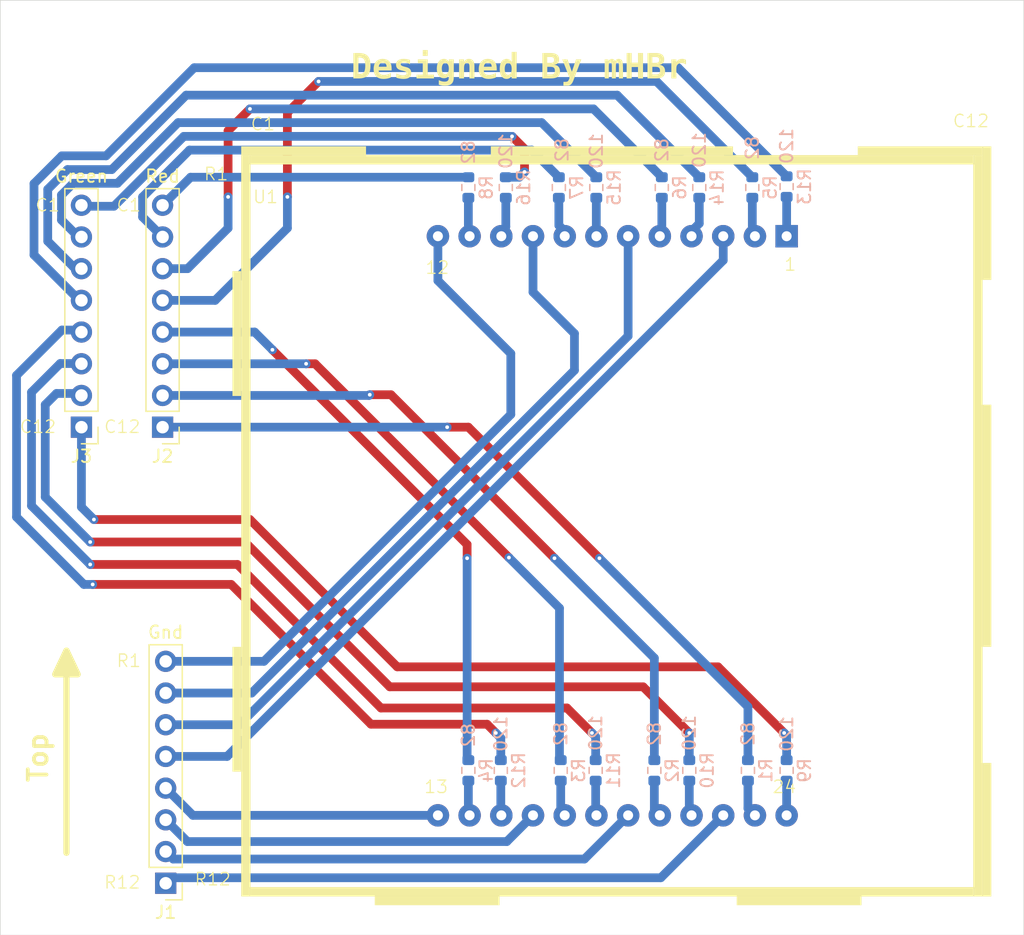
<source format=kicad_pcb>
(kicad_pcb (version 20240108) (generator "pcbnew") (generator_version "8.0")
  (layers (0 "F.Cu" signal) (31 "B.Cu" signal) (34 "B.Paste" user) (35 "F.Paste" user) (36 "B.SilkS" user "B.Silkscreen") (37 "F.SilkS" user "F.Silkscreen") (38 "B.Mask" user) (39 "F.Mask" user) (44 "Edge.Cuts" user))
  (net 0 "")
  (net 1 "Net-(J1-Pin_3)")
  (net 2 "Net-(J1-Pin_2)")
  (net 3 "Net-(J1-Pin_4)")
  (net 4 "Net-(J1-Pin_7)")
  (net 5 "Net-(J1-Pin_6)")
  (net 6 "Net-(J1-Pin_8)")
  (net 7 "Net-(J1-Pin_5)")
  (net 8 "Net-(J1-Pin_1)")
  (net 9 "Net-(J2-Pin_2)")
  (net 10 "Net-(J2-Pin_5)")
  (net 11 "Net-(J2-Pin_8)")
  (net 12 "Net-(J2-Pin_7)")
  (net 13 "Net-(J2-Pin_1)")
  (net 14 "Net-(J2-Pin_3)")
  (net 15 "Net-(J2-Pin_4)")
  (net 16 "Net-(J2-Pin_6)")
  (net 17 "Net-(J3-Pin_7)")
  (net 18 "Net-(J3-Pin_2)")
  (net 19 "Net-(J3-Pin_3)")
  (net 20 "Net-(J3-Pin_6)")
  (net 21 "Net-(J3-Pin_5)")
  (net 22 "Net-(J3-Pin_1)")
  (net 23 "Net-(J3-Pin_4)")
  (net 24 "Net-(J3-Pin_8)")
  (net 25 "Net-(R14-Pad1)")
  (net 26 "Net-(R10-Pad1)")
  (net 27 "Net-(R15-Pad1)")
  (net 28 "Net-(R5-Pad1)")
  (net 29 "Net-(R7-Pad1)")
  (net 30 "Net-(R2-Pad1)")
  (net 31 "Net-(R6-Pad1)")
  (net 32 "Net-(R12-Pad1)")
  (net 33 "Net-(R3-Pad1)")
  (net 34 "Net-(R4-Pad1)")
  (net 35 "Net-(R13-Pad1)")
  (net 36 "Net-(R11-Pad1)")
  (net 37 "Net-(R8-Pad1)")
  (net 38 "Net-(R16-Pad1)")
  (net 39 "Net-(R9-Pad1)")
  (net 40 "Net-(R1-Pad1)")
  (footprint "MountingHole:MountingHole_3.2mm_M3" (layer "F.Cu") (at 98.75 62.75)
    (property "Reference" "REF**" (hide yes))
    (property "Value" "MountingHole_3.2mm_M3" (hide yes))
    (pad "" np_thru_hole circle (at 0 0) (size 3.2 3.2) (drill 3.2) (layers "*.Cu" "*.Mask"))
  )
  (footprint "Connector_PinHeader_2.54mm:PinHeader_1x08_P2.54mm_Vertical" (layer "F.Cu") (at 105.25 127.74 180)
    (property "Reference" "J1" (at 0 -2.33 0) (layer "F.SilkS"))
    (property "Value" "Gnd" (at 0 20.11 0) (layer "F.SilkS"))
    (fp_line (start 1.33 1.27) (end 1.33 19.11) (stroke (width 0.12)) (layer "F.SilkS"))
    (fp_line (start -1.33 19.11) (end 1.33 19.11) (stroke (width 0.12)) (layer "F.SilkS"))
    (fp_line (start -1.33 1.27) (end 1.33 1.27) (stroke (width 0.12)) (layer "F.SilkS"))
    (fp_line (start -1.33 1.27) (end -1.33 19.11) (stroke (width 0.12)) (layer "F.SilkS"))
    (fp_line (start -1.33 0) (end -1.33 -1.33) (stroke (width 0.12)) (layer "F.SilkS"))
    (fp_line (start -1.33 -1.33) (end 0 -1.33) (stroke (width 0.12)) (layer "F.SilkS"))
    (pad "1" thru_hole rect (at 0 0 180) (size 1.7 1.7) (drill 1) (layers "*.Cu" "*.Mask") (net 8 "Net-(J1-Pin_1)"))
    (pad "2" thru_hole oval (at 0 2.54 180) (size 1.7 1.7) (drill 1) (layers "*.Cu" "*.Mask") (net 2 "Net-(J1-Pin_2)"))
    (pad "3" thru_hole oval (at 0 5.08 180) (size 1.7 1.7) (drill 1) (layers "*.Cu" "*.Mask") (net 1 "Net-(J1-Pin_3)"))
    (pad "4" thru_hole oval (at 0 7.62 180) (size 1.7 1.7) (drill 1) (layers "*.Cu" "*.Mask") (net 3 "Net-(J1-Pin_4)"))
    (pad "5" thru_hole oval (at 0 10.16 180) (size 1.7 1.7) (drill 1) (layers "*.Cu" "*.Mask") (net 7 "Net-(J1-Pin_5)"))
    (pad "6" thru_hole oval (at 0 12.7 180) (size 1.7 1.7) (drill 1) (layers "*.Cu" "*.Mask") (net 5 "Net-(J1-Pin_6)"))
    (pad "7" thru_hole oval (at 0 15.24 180) (size 1.7 1.7) (drill 1) (layers "*.Cu" "*.Mask") (net 4 "Net-(J1-Pin_7)"))
    (pad "8" thru_hole oval (at 0 17.78 180) (size 1.7 1.7) (drill 1) (layers "*.Cu" "*.Mask") (net 6 "Net-(J1-Pin_8)"))
  )
  (footprint "MountingHole:MountingHole_3.2mm_M3" (layer "F.Cu") (at 167.25 62.75)
    (property "Reference" "REF**" (hide yes))
    (property "Value" "MountingHole_3.2mm_M3" (hide yes))
    (pad "" np_thru_hole circle (at 0 0) (size 3.2 3.2) (drill 3.2) (layers "*.Cu" "*.Mask"))
  )
  (footprint "Connector_PinHeader_2.54mm:PinHeader_1x08_P2.54mm_Vertical" (layer "F.Cu") (at 98.5 91.2 180)
    (property "Reference" "J3" (at 0 -2.33 0) (layer "F.SilkS"))
    (property "Value" "Green" (at 0 20.11 0) (layer "F.SilkS"))
    (fp_line (start 1.33 1.27) (end 1.33 19.11) (stroke (width 0.12)) (layer "F.SilkS"))
    (fp_line (start -1.33 19.11) (end 1.33 19.11) (stroke (width 0.12)) (layer "F.SilkS"))
    (fp_line (start -1.33 1.27) (end 1.33 1.27) (stroke (width 0.12)) (layer "F.SilkS"))
    (fp_line (start -1.33 1.27) (end -1.33 19.11) (stroke (width 0.12)) (layer "F.SilkS"))
    (fp_line (start -1.33 0) (end -1.33 -1.33) (stroke (width 0.12)) (layer "F.SilkS"))
    (fp_line (start -1.33 -1.33) (end 0 -1.33) (stroke (width 0.12)) (layer "F.SilkS"))
    (pad "1" thru_hole rect (at 0 0 180) (size 1.7 1.7) (drill 1) (layers "*.Cu" "*.Mask") (net 22 "Net-(J3-Pin_1)"))
    (pad "2" thru_hole oval (at 0 2.54 180) (size 1.7 1.7) (drill 1) (layers "*.Cu" "*.Mask") (net 18 "Net-(J3-Pin_2)"))
    (pad "3" thru_hole oval (at 0 5.08 180) (size 1.7 1.7) (drill 1) (layers "*.Cu" "*.Mask") (net 19 "Net-(J3-Pin_3)"))
    (pad "4" thru_hole oval (at 0 7.62 180) (size 1.7 1.7) (drill 1) (layers "*.Cu" "*.Mask") (net 23 "Net-(J3-Pin_4)"))
    (pad "5" thru_hole oval (at 0 10.16 180) (size 1.7 1.7) (drill 1) (layers "*.Cu" "*.Mask") (net 21 "Net-(J3-Pin_5)"))
    (pad "6" thru_hole oval (at 0 12.7 180) (size 1.7 1.7) (drill 1) (layers "*.Cu" "*.Mask") (net 20 "Net-(J3-Pin_6)"))
    (pad "7" thru_hole oval (at 0 15.24 180) (size 1.7 1.7) (drill 1) (layers "*.Cu" "*.Mask") (net 17 "Net-(J3-Pin_7)"))
    (pad "8" thru_hole oval (at 0 17.78 180) (size 1.7 1.7) (drill 1) (layers "*.Cu" "*.Mask") (net 24 "Net-(J3-Pin_8)"))
  )
  (footprint "Connector_PinHeader_2.54mm:PinHeader_1x08_P2.54mm_Vertical" (layer "F.Cu") (at 105 91.2 180)
    (property "Reference" "J2" (at 0 -2.33 0) (layer "F.SilkS"))
    (property "Value" "Red" (at 0 20.11 0) (layer "F.SilkS"))
    (fp_line (start 1.33 1.27) (end 1.33 19.11) (stroke (width 0.12)) (layer "F.SilkS"))
    (fp_line (start -1.33 19.11) (end 1.33 19.11) (stroke (width 0.12)) (layer "F.SilkS"))
    (fp_line (start -1.33 1.27) (end 1.33 1.27) (stroke (width 0.12)) (layer "F.SilkS"))
    (fp_line (start -1.33 1.27) (end -1.33 19.11) (stroke (width 0.12)) (layer "F.SilkS"))
    (fp_line (start -1.33 0) (end -1.33 -1.33) (stroke (width 0.12)) (layer "F.SilkS"))
    (fp_line (start -1.33 -1.33) (end 0 -1.33) (stroke (width 0.12)) (layer "F.SilkS"))
    (pad "1" thru_hole rect (at 0 0 180) (size 1.7 1.7) (drill 1) (layers "*.Cu" "*.Mask") (net 13 "Net-(J2-Pin_1)"))
    (pad "2" thru_hole oval (at 0 2.54 180) (size 1.7 1.7) (drill 1) (layers "*.Cu" "*.Mask") (net 9 "Net-(J2-Pin_2)"))
    (pad "3" thru_hole oval (at 0 5.08 180) (size 1.7 1.7) (drill 1) (layers "*.Cu" "*.Mask") (net 14 "Net-(J2-Pin_3)"))
    (pad "4" thru_hole oval (at 0 7.62 180) (size 1.7 1.7) (drill 1) (layers "*.Cu" "*.Mask") (net 15 "Net-(J2-Pin_4)"))
    (pad "5" thru_hole oval (at 0 10.16 180) (size 1.7 1.7) (drill 1) (layers "*.Cu" "*.Mask") (net 10 "Net-(J2-Pin_5)"))
    (pad "6" thru_hole oval (at 0 12.7 180) (size 1.7 1.7) (drill 1) (layers "*.Cu" "*.Mask") (net 16 "Net-(J2-Pin_6)"))
    (pad "7" thru_hole oval (at 0 15.24 180) (size 1.7 1.7) (drill 1) (layers "*.Cu" "*.Mask") (net 12 "Net-(J2-Pin_7)"))
    (pad "8" thru_hole oval (at 0 17.78 180) (size 1.7 1.7) (drill 1) (layers "*.Cu" "*.Mask") (net 11 "Net-(J2-Pin_8)"))
  )
  (footprint "DotMatrixDisp:8x8 5mm bicolor led dot matrix" (layer "F.Cu") (at 112 70.1)
    (property "Reference" "U1" (at 1.25 2.65 0) (layer "F.SilkS") (effects (font (thickness 0.1))))
    (property "Value" "~")
    (fp_rect (start -1.4 8.6) (end -0.7 18.6) (fill solid) (layer "F.SilkS"))
    (fp_rect (start -1.4 38.7) (end -0.7 48.7) (fill solid) (layer "F.SilkS"))
    (fp_rect (start -0.7 -1.4) (end 9.3 -0.7) (fill solid) (layer "F.SilkS"))
    (fp_rect (start -0.7 -0.7) (end 0 58.7) (fill solid) (layer "F.SilkS"))
    (fp_rect (start 0 -0.7) (end 58 0) (fill solid) (layer "F.SilkS"))
    (fp_rect (start 0 58) (end 58 0) (stroke (width 0.1)) (fill none) (layer "F.SilkS"))
    (fp_rect (start 0 58) (end 58 58.7) (fill solid) (layer "F.SilkS"))
    (fp_rect (start 10 58.7) (end 20 59.4) (fill solid) (layer "F.SilkS"))
    (fp_rect (start 19.3 -1.4) (end 38.7 -0.7) (fill solid) (layer "F.SilkS"))
    (fp_rect (start 39 58.7) (end 49 59.4) (fill solid) (layer "F.SilkS"))
    (fp_rect (start 48.7 -1.4) (end 58.7 -0.7) (fill solid) (layer "F.SilkS"))
    (fp_rect (start 58 -0.7) (end 58.7 58.7) (fill solid) (layer "F.SilkS"))
    (fp_rect (start 58.7 -1.4) (end 59.4 9.3) (fill solid) (layer "F.SilkS"))
    (fp_rect (start 58.7 19.3) (end 59.4 38.7) (fill solid) (layer "F.SilkS"))
    (fp_rect (start 58.7 48) (end 59.4 58.7) (fill solid) (layer "F.SilkS"))
    (fp_text user "24" (at 41.8 50.5 0) (layer "F.SilkS") (effects (font (thickness 0.1)) (justify left bottom)))
    (fp_text user "13" (at 13.9 50.5 0) (layer "F.SilkS") (effects (font (thickness 0.1)) (justify left bottom)))
    (fp_text user "1" (at 42.75 8.65 0) (layer "F.SilkS") (effects (font (thickness 0.1)) (justify left bottom)))
    (fp_text user "12" (at 14 8.9 0) (layer "F.SilkS") (effects (font (thickness 0.1)) (justify left bottom)))
    (pad "1" thru_hole rect (at 43 5.8) (size 1.8 1.8) (drill 0.8) (layers "*.Cu" "*.Mask") (net 35 "Net-(R13-Pad1)"))
    (pad "2" thru_hole circle (at 40.46 5.8) (size 1.8 1.8) (drill 0.8) (layers "*.Cu" "*.Mask") (net 28 "Net-(R5-Pad1)"))
    (pad "3" thru_hole circle (at 37.92 5.8) (size 1.8 1.8) (drill 0.8) (layers "*.Cu" "*.Mask") (net 7 "Net-(J1-Pin_5)"))
    (pad "4" thru_hole circle (at 35.38 5.8) (size 1.8 1.8) (drill 0.8) (layers "*.Cu" "*.Mask") (net 25 "Net-(R14-Pad1)"))
    (pad "5" thru_hole circle (at 32.84 5.8) (size 1.8 1.8) (drill 0.8) (layers "*.Cu" "*.Mask") (net 31 "Net-(R6-Pad1)"))
    (pad "6" thru_hole circle (at 30.3 5.8) (size 1.8 1.8) (drill 0.8) (layers "*.Cu" "*.Mask") (net 5 "Net-(J1-Pin_6)"))
    (pad "7" thru_hole circle (at 27.76 5.8) (size 1.8 1.8) (drill 0.8) (layers "*.Cu" "*.Mask") (net 27 "Net-(R15-Pad1)"))
    (pad "8" thru_hole circle (at 25.22 5.8) (size 1.8 1.8) (drill 0.8) (layers "*.Cu" "*.Mask") (net 29 "Net-(R7-Pad1)"))
    (pad "9" thru_hole circle (at 22.68 5.8) (size 1.8 1.8) (drill 0.8) (layers "*.Cu" "*.Mask") (net 4 "Net-(J1-Pin_7)"))
    (pad "10" thru_hole circle (at 20.14 5.8) (size 1.8 1.8) (drill 0.8) (layers "*.Cu" "*.Mask") (net 38 "Net-(R16-Pad1)"))
    (pad "11" thru_hole circle (at 17.6 5.8) (size 1.8 1.8) (drill 0.8) (layers "*.Cu" "*.Mask") (net 37 "Net-(R8-Pad1)"))
    (pad "12" thru_hole circle (at 15.06 5.8) (size 1.8 1.8) (drill 0.8) (layers "*.Cu" "*.Mask") (net 6 "Net-(J1-Pin_8)"))
    (pad "13" thru_hole circle (at 15.06 52.2) (size 1.8 1.8) (drill 0.8) (layers "*.Cu" "*.Mask") (net 3 "Net-(J1-Pin_4)"))
    (pad "14" thru_hole circle (at 17.6 52.2) (size 1.8 1.8) (drill 0.8) (layers "*.Cu" "*.Mask") (net 34 "Net-(R4-Pad1)"))
    (pad "15" thru_hole circle (at 20.14 52.2) (size 1.8 1.8) (drill 0.8) (layers "*.Cu" "*.Mask") (net 32 "Net-(R12-Pad1)"))
    (pad "16" thru_hole circle (at 22.68 52.2) (size 1.8 1.8) (drill 0.8) (layers "*.Cu" "*.Mask") (net 1 "Net-(J1-Pin_3)"))
    (pad "17" thru_hole circle (at 25.22 52.2) (size 1.8 1.8) (drill 0.8) (layers "*.Cu" "*.Mask") (net 33 "Net-(R3-Pad1)"))
    (pad "18" thru_hole circle (at 27.76 52.2) (size 1.8 1.8) (drill 0.8) (layers "*.Cu" "*.Mask") (net 36 "Net-(R11-Pad1)"))
    (pad "19" thru_hole circle (at 30.3 52.2) (size 1.8 1.8) (drill 0.8) (layers "*.Cu" "*.Mask") (net 2 "Net-(J1-Pin_2)"))
    (pad "20" thru_hole circle (at 32.84 52.2) (size 1.8 1.8) (drill 0.8) (layers "*.Cu" "*.Mask") (net 30 "Net-(R2-Pad1)"))
    (pad "21" thru_hole circle (at 35.38 52.2) (size 1.8 1.8) (drill 0.8) (layers "*.Cu" "*.Mask") (net 26 "Net-(R10-Pad1)"))
    (pad "22" thru_hole circle (at 37.92 52.2) (size 1.8 1.8) (drill 0.8) (layers "*.Cu" "*.Mask") (net 8 "Net-(J1-Pin_1)"))
    (pad "23" thru_hole circle (at 40.46 52.2) (size 1.8 1.8) (drill 0.8) (layers "*.Cu" "*.Mask") (net 40 "Net-(R1-Pad1)"))
    (pad "24" thru_hole circle (at 43 52.2) (size 1.8 1.8) (drill 0.8) (layers "*.Cu" "*.Mask") (net 39 "Net-(R9-Pad1)"))
  )
  (footprint "Resistor_SMD:R_0603_1608Metric" (layer "B.Cu") (at 129.5 118.7 90)
    (property "Reference" "R4" (at 0 1.43 90) (layer "B.SilkS") (effects (justify mirror)))
    (property "Value" "82" (at 2.825 0 90) (layer "B.SilkS") (effects (justify mirror)))
    (fp_line (start 0.237258 -0.5225) (end -0.237258 -0.5225) (stroke (width 0.12)) (layer "B.SilkS"))
    (fp_line (start 0.237258 0.5225) (end -0.237258 0.5225) (stroke (width 0.12)) (layer "B.SilkS"))
    (pad "1" smd roundrect (at -0.825 0 90) (size 0.8 0.95) (layers "B.Cu" "B.Paste" "B.Mask") (net 34 "Net-(R4-Pad1)"))
    (pad "2" smd roundrect (at 0.825 0 90) (size 0.8 0.95) (layers "B.Cu" "B.Paste" "B.Mask") (net 15 "Net-(J2-Pin_4)"))
  )
  (footprint "Resistor_SMD:R_0603_1608Metric" (layer "B.Cu") (at 148 72 90)
    (property "Reference" "R14" (at 0 1.43 90) (layer "B.SilkS") (effects (justify mirror)))
    (property "Value" "120" (at 3 0 90) (layer "B.SilkS") (effects (justify mirror)))
    (fp_line (start 0.237258 -0.5225) (end -0.237258 -0.5225) (stroke (width 0.12)) (layer "B.SilkS"))
    (fp_line (start 0.237258 0.5225) (end -0.237258 0.5225) (stroke (width 0.12)) (layer "B.SilkS"))
    (pad "1" smd roundrect (at -0.825 0 90) (size 0.8 0.95) (layers "B.Cu" "B.Paste" "B.Mask") (net 25 "Net-(R14-Pad1)"))
    (pad "2" smd roundrect (at 0.825 0 90) (size 0.8 0.95) (layers "B.Cu" "B.Paste" "B.Mask") (net 20 "Net-(J3-Pin_6)"))
  )
  (footprint "Resistor_SMD:R_0603_1608Metric" (layer "B.Cu") (at 129.5 72 90)
    (property "Reference" "R8" (at 0 1.43 90) (layer "B.SilkS") (effects (justify mirror)))
    (property "Value" "82" (at 2.825 0 90) (layer "B.SilkS") (effects (justify mirror)))
    (fp_line (start 0.237258 -0.5225) (end -0.237258 -0.5225) (stroke (width 0.12)) (layer "B.SilkS"))
    (fp_line (start 0.237258 0.5225) (end -0.237258 0.5225) (stroke (width 0.12)) (layer "B.SilkS"))
    (pad "1" smd roundrect (at -0.825 0 90) (size 0.8 0.95) (layers "B.Cu" "B.Paste" "B.Mask") (net 37 "Net-(R8-Pad1)"))
    (pad "2" smd roundrect (at 0.825 0 90) (size 0.8 0.95) (layers "B.Cu" "B.Paste" "B.Mask") (net 11 "Net-(J2-Pin_8)"))
  )
  (footprint "Resistor_SMD:R_0603_1608Metric" (layer "B.Cu") (at 144.4 118.7 90)
    (property "Reference" "R2" (at 0 1.43 90) (layer "B.SilkS") (effects (justify mirror)))
    (property "Value" "82" (at 2.925 0 90) (layer "B.SilkS") (effects (justify mirror)))
    (fp_line (start 0.237258 -0.5225) (end -0.237258 -0.5225) (stroke (width 0.12)) (layer "B.SilkS"))
    (fp_line (start 0.237258 0.5225) (end -0.237258 0.5225) (stroke (width 0.12)) (layer "B.SilkS"))
    (pad "1" smd roundrect (at -0.825 0 90) (size 0.8 0.95) (layers "B.Cu" "B.Paste" "B.Mask") (net 30 "Net-(R2-Pad1)"))
    (pad "2" smd roundrect (at 0.825 0 90) (size 0.8 0.95) (layers "B.Cu" "B.Paste" "B.Mask") (net 9 "Net-(J2-Pin_2)"))
  )
  (footprint "Resistor_SMD:R_0603_1608Metric" (layer "B.Cu") (at 151.9 118.7 90)
    (property "Reference" "R1" (at 0 1.43 90) (layer "B.SilkS") (effects (justify mirror)))
    (property "Value" "82" (at 2.925 0 90) (layer "B.SilkS") (effects (justify mirror)))
    (fp_line (start 0.237258 -0.5225) (end -0.237258 -0.5225) (stroke (width 0.12)) (layer "B.SilkS"))
    (fp_line (start 0.237258 0.5225) (end -0.237258 0.5225) (stroke (width 0.12)) (layer "B.SilkS"))
    (pad "1" smd roundrect (at -0.825 0 90) (size 0.8 0.95) (layers "B.Cu" "B.Paste" "B.Mask") (net 40 "Net-(R1-Pad1)"))
    (pad "2" smd roundrect (at 0.825 0 90) (size 0.8 0.95) (layers "B.Cu" "B.Paste" "B.Mask") (net 13 "Net-(J2-Pin_1)"))
  )
  (footprint "Resistor_SMD:R_0603_1608Metric" (layer "B.Cu") (at 136.75 72 90)
    (property "Reference" "R7" (at 0 1.43 90) (layer "B.SilkS") (effects (justify mirror)))
    (property "Value" "82" (at 3 0.25 90) (layer "B.SilkS") (effects (justify mirror)))
    (fp_line (start 0.237258 -0.5225) (end -0.237258 -0.5225) (stroke (width 0.12)) (layer "B.SilkS"))
    (fp_line (start 0.237258 0.5225) (end -0.237258 0.5225) (stroke (width 0.12)) (layer "B.SilkS"))
    (pad "1" smd roundrect (at -0.825 0 90) (size 0.8 0.95) (layers "B.Cu" "B.Paste" "B.Mask") (net 29 "Net-(R7-Pad1)"))
    (pad "2" smd roundrect (at 0.825 0 90) (size 0.8 0.95) (layers "B.Cu" "B.Paste" "B.Mask") (net 12 "Net-(J2-Pin_7)"))
  )
  (footprint "Resistor_SMD:R_0603_1608Metric" (layer "B.Cu") (at 136.9 118.7 90)
    (property "Reference" "R3" (at 0 1.43 90) (layer "B.SilkS") (effects (justify mirror)))
    (property "Value" "82" (at 2.925 0 90) (layer "B.SilkS") (effects (justify mirror)))
    (fp_line (start 0.237258 -0.5225) (end -0.237258 -0.5225) (stroke (width 0.12)) (layer "B.SilkS"))
    (fp_line (start 0.237258 0.5225) (end -0.237258 0.5225) (stroke (width 0.12)) (layer "B.SilkS"))
    (pad "1" smd roundrect (at -0.825 0 90) (size 0.8 0.95) (layers "B.Cu" "B.Paste" "B.Mask") (net 33 "Net-(R3-Pad1)"))
    (pad "2" smd roundrect (at 0.825 0 90) (size 0.8 0.95) (layers "B.Cu" "B.Paste" "B.Mask") (net 14 "Net-(J2-Pin_3)"))
  )
  (footprint "Resistor_SMD:R_0603_1608Metric" (layer "B.Cu") (at 145 72 90)
    (property "Reference" "R6" (at 0 1.43 90) (layer "B.SilkS") (effects (justify mirror)))
    (property "Value" "82" (at 3 0 90) (layer "B.SilkS") (effects (justify mirror)))
    (fp_line (start 0.237258 -0.5225) (end -0.237258 -0.5225) (stroke (width 0.12)) (layer "B.SilkS"))
    (fp_line (start 0.237258 0.5225) (end -0.237258 0.5225) (stroke (width 0.12)) (layer "B.SilkS"))
    (pad "1" smd roundrect (at -0.825 0 90) (size 0.8 0.95) (layers "B.Cu" "B.Paste" "B.Mask") (net 31 "Net-(R6-Pad1)"))
    (pad "2" smd roundrect (at 0.825 0 90) (size 0.8 0.95) (layers "B.Cu" "B.Paste" "B.Mask") (net 16 "Net-(J2-Pin_6)"))
  )
  (footprint "Resistor_SMD:R_0603_1608Metric" (layer "B.Cu") (at 132.5 72 90)
    (property "Reference" "R16" (at 0 1.43 90) (layer "B.SilkS") (effects (justify mirror)))
    (property "Value" "120" (at 2.925 0 90) (layer "B.SilkS") (effects (justify mirror)))
    (fp_line (start 0.237258 -0.5225) (end -0.237258 -0.5225) (stroke (width 0.12)) (layer "B.SilkS"))
    (fp_line (start 0.237258 0.5225) (end -0.237258 0.5225) (stroke (width 0.12)) (layer "B.SilkS"))
    (pad "1" smd roundrect (at -0.825 0 90) (size 0.8 0.95) (layers "B.Cu" "B.Paste" "B.Mask") (net 38 "Net-(R16-Pad1)"))
    (pad "2" smd roundrect (at 0.825 0 90) (size 0.8 0.95) (layers "B.Cu" "B.Paste" "B.Mask") (net 24 "Net-(J3-Pin_8)"))
  )
  (footprint "Resistor_SMD:R_0603_1608Metric" (layer "B.Cu") (at 152.25 72 90)
    (property "Reference" "R5" (at 0 1.43 90) (layer "B.SilkS") (effects (justify mirror)))
    (property "Value" "82" (at 3.175 0 90) (layer "B.SilkS") (effects (justify mirror)))
    (fp_line (start 0.237258 -0.5225) (end -0.237258 -0.5225) (stroke (width 0.12)) (layer "B.SilkS"))
    (fp_line (start 0.237258 0.5225) (end -0.237258 0.5225) (stroke (width 0.12)) (layer "B.SilkS"))
    (pad "1" smd roundrect (at -0.825 0 90) (size 0.8 0.95) (layers "B.Cu" "B.Paste" "B.Mask") (net 28 "Net-(R5-Pad1)"))
    (pad "2" smd roundrect (at 0.825 0 90) (size 0.8 0.95) (layers "B.Cu" "B.Paste" "B.Mask") (net 10 "Net-(J2-Pin_5)"))
  )
  (footprint "Resistor_SMD:R_0603_1608Metric" (layer "B.Cu") (at 139.75 72 90)
    (property "Reference" "R15" (at 0 1.43 90) (layer "B.SilkS") (effects (justify mirror)))
    (property "Value" "120" (at 2.925 0 90) (layer "B.SilkS") (effects (justify mirror)))
    (fp_line (start 0.237258 -0.5225) (end -0.237258 -0.5225) (stroke (width 0.12)) (layer "B.SilkS"))
    (fp_line (start 0.237258 0.5225) (end -0.237258 0.5225) (stroke (width 0.12)) (layer "B.SilkS"))
    (pad "1" smd roundrect (at -0.825 0 90) (size 0.8 0.95) (layers "B.Cu" "B.Paste" "B.Mask") (net 27 "Net-(R15-Pad1)"))
    (pad "2" smd roundrect (at 0.825 0 90) (size 0.8 0.95) (layers "B.Cu" "B.Paste" "B.Mask") (net 17 "Net-(J3-Pin_7)"))
  )
  (footprint "Resistor_SMD:R_0603_1608Metric" (layer "B.Cu") (at 139.7 118.7 90)
    (property "Reference" "R11" (at 0 1.43 90) (layer "B.SilkS") (effects (justify mirror)))
    (property "Value" "120" (at 3 0 90) (layer "B.SilkS") (effects (justify mirror)))
    (fp_line (start 0.237258 -0.5225) (end -0.237258 -0.5225) (stroke (width 0.12)) (layer "B.SilkS"))
    (fp_line (start 0.237258 0.5225) (end -0.237258 0.5225) (stroke (width 0.12)) (layer "B.SilkS"))
    (pad "1" smd roundrect (at -0.825 0 90) (size 0.8 0.95) (layers "B.Cu" "B.Paste" "B.Mask") (net 36 "Net-(R11-Pad1)"))
    (pad "2" smd roundrect (at 0.825 0 90) (size 0.8 0.95) (layers "B.Cu" "B.Paste" "B.Mask") (net 19 "Net-(J3-Pin_3)"))
  )
  (footprint "Resistor_SMD:R_0603_1608Metric" (layer "B.Cu") (at 132.1 118.7 90)
    (property "Reference" "R12" (at 0 1.43 90) (layer "B.SilkS") (effects (justify mirror)))
    (property "Value" "120" (at 2.925 0 90) (layer "B.SilkS") (effects (justify mirror)))
    (fp_line (start 0.237258 -0.5225) (end -0.237258 -0.5225) (stroke (width 0.12)) (layer "B.SilkS"))
    (fp_line (start 0.237258 0.5225) (end -0.237258 0.5225) (stroke (width 0.12)) (layer "B.SilkS"))
    (pad "1" smd roundrect (at -0.825 0 90) (size 0.8 0.95) (layers "B.Cu" "B.Paste" "B.Mask") (net 32 "Net-(R12-Pad1)"))
    (pad "2" smd roundrect (at 0.825 0 90) (size 0.8 0.95) (layers "B.Cu" "B.Paste" "B.Mask") (net 23 "Net-(J3-Pin_4)"))
  )
  (footprint "Resistor_SMD:R_0603_1608Metric" (layer "B.Cu") (at 155 71.925 90)
    (property "Reference" "R13" (at 0 1.43 90) (layer "B.SilkS") (effects (justify mirror)))
    (property "Value" "120" (at 3.25 0 90) (layer "B.SilkS") (effects (justify mirror)))
    (fp_line (start 0.237258 -0.5225) (end -0.237258 -0.5225) (stroke (width 0.12)) (layer "B.SilkS"))
    (fp_line (start 0.237258 0.5225) (end -0.237258 0.5225) (stroke (width 0.12)) (layer "B.SilkS"))
    (pad "1" smd roundrect (at -0.825 0 90) (size 0.8 0.95) (layers "B.Cu" "B.Paste" "B.Mask") (net 35 "Net-(R13-Pad1)"))
    (pad "2" smd roundrect (at 0.825 0 90) (size 0.8 0.95) (layers "B.Cu" "B.Paste" "B.Mask") (net 21 "Net-(J3-Pin_5)"))
  )
  (footprint "Resistor_SMD:R_0603_1608Metric" (layer "B.Cu") (at 155 118.7 90)
    (property "Reference" "R9" (at 0 1.43 90) (layer "B.SilkS") (effects (justify mirror)))
    (property "Value" "120" (at 2.925 0 90) (layer "B.SilkS") (effects (justify mirror)))
    (fp_line (start 0.237258 -0.5225) (end -0.237258 -0.5225) (stroke (width 0.12)) (layer "B.SilkS"))
    (fp_line (start 0.237258 0.5225) (end -0.237258 0.5225) (stroke (width 0.12)) (layer "B.SilkS"))
    (pad "1" smd roundrect (at -0.825 0 90) (size 0.8 0.95) (layers "B.Cu" "B.Paste" "B.Mask") (net 39 "Net-(R9-Pad1)"))
    (pad "2" smd roundrect (at 0.825 0 90) (size 0.8 0.95) (layers "B.Cu" "B.Paste" "B.Mask") (net 22 "Net-(J3-Pin_1)"))
  )
  (footprint "Resistor_SMD:R_0603_1608Metric" (layer "B.Cu") (at 147.2 118.7 90)
    (property "Reference" "R10" (at 0 1.43 90) (layer "B.SilkS") (effects (justify mirror)))
    (property "Value" "120" (at 3 0 90) (layer "B.SilkS") (effects (justify mirror)))
    (fp_line (start 0.237258 -0.5225) (end -0.237258 -0.5225) (stroke (width 0.12)) (layer "B.SilkS"))
    (fp_line (start 0.237258 0.5225) (end -0.237258 0.5225) (stroke (width 0.12)) (layer "B.SilkS"))
    (pad "1" smd roundrect (at -0.825 0 90) (size 0.8 0.95) (layers "B.Cu" "B.Paste" "B.Mask") (net 26 "Net-(R10-Pad1)"))
    (pad "2" smd roundrect (at 0.825 0 90) (size 0.8 0.95) (layers "B.Cu" "B.Paste" "B.Mask") (net 18 "Net-(J3-Pin_2)"))
  )
  (gr_poly (pts (xy 96.4 111) (xy 97.3 109.1) (xy 98.2 111)) (stroke (width 0.5)) (fill solid) (layer "F.SilkS"))
  (gr_line (start 97.3 125.3) (end 97.3 110.7) (stroke (width 0.5)) (layer "F.SilkS"))
  (gr_rect (start 92 57) (end 174 131.9) (stroke (width 0.05)) (fill none) (layer "Edge.Cuts"))
  (gr_text "Top" (at 95.9 119.8 90) (layer "F.SilkS") (effects (font (size 1.5 1.5) (thickness 0.3) (bold yes)) (justify left bottom)))
  (gr_text "C1" (at 94.75 74 0) (layer "F.SilkS") (effects (font (size 1 1) (thickness 0.1)) (justify left bottom)))
  (gr_text "C12" (at 100.25 91.75 0) (layer "F.SilkS") (effects (font (size 1 1) (thickness 0.1)) (justify left bottom)))
  (gr_text "C1" (at 112 67.5 0) (layer "F.SilkS") (effects (font (size 1 1) (thickness 0.1)) (justify left bottom)))
  (gr_text "R1" (at 108.25 71.5 0) (layer "F.SilkS") (effects (font (size 1 1) (thickness 0.1)) (justify left bottom)))
  (gr_text "Designed By mHBr" (at 120.1 63.6 0) (layer "F.SilkS") (effects (font (size 2 2) (thickness 0.4) (bold yes)) (justify left bottom)))
  (gr_text "R1" (at 101.25 110.5 0) (layer "F.SilkS") (effects (font (size 1 1) (thickness 0.1)) (justify left bottom)))
  (gr_text "C12" (at 93.5 91.75 0) (layer "F.SilkS") (effects (font (size 1 1) (thickness 0.1)) (justify left bottom)))
  (gr_text "C1" (at 101.25 74 0) (layer "F.SilkS") (effects (font (size 1 1) (thickness 0.1)) (justify left bottom)))
  (gr_text "R12" (at 100.25 128.25 0) (layer "F.SilkS") (effects (font (size 1 1) (thickness 0.1)) (justify left bottom)))
  (gr_text "R12" (at 107.5 128 0) (layer "F.SilkS") (effects (font (size 1 1) (thickness 0.1)) (justify left bottom)))
  (gr_text "C12" (at 168.25 67.25 0) (layer "F.SilkS") (effects (font (size 1 1) (thickness 0.1)) (justify left bottom)))
  (segment (start 106.99 124.4) (end 132.58 124.4) (width 0.7) (layer "B.Cu") (net 1))
  (segment (start 132.58 124.4) (end 134.68 122.3) (width 0.7) (layer "B.Cu") (net 1))
  (segment (start 105.25 122.66) (end 106.99 124.4) (width 0.7) (layer "B.Cu") (net 1))
  (segment (start 138.8 125.8) (end 142.3 122.3) (width 0.7) (layer "B.Cu") (net 2))
  (segment (start 105.85 125.8) (end 138.8 125.8) (width 0.7) (layer "B.Cu") (net 2))
  (segment (start 105.25 125.2) (end 105.85 125.8) (width 0.7) (layer "B.Cu") (net 2))
  (segment (start 105.25 120.12) (end 107.43 122.3) (width 0.7) (layer "B.Cu") (net 3))
  (segment (start 107.43 122.3) (end 127.06 122.3) (width 0.7) (layer "B.Cu") (net 3))
  (segment (start 134.68 80.38) (end 134.68 75.5) (width 0.7) (layer "B.Cu") (net 4))
  (segment (start 105.25 112.5) (end 112.138732 112.5) (width 0.7) (layer "B.Cu") (net 4))
  (segment (start 138 86.638732) (end 138 83.7) (width 0.7) (layer "B.Cu") (net 4))
  (segment (start 112.138732 112.5) (end 138 86.638732) (width 0.7) (layer "B.Cu") (net 4))
  (segment (start 138 83.7) (end 134.68 80.38) (width 0.7) (layer "B.Cu") (net 4))
  (segment (start 142.3 83.894366) (end 142.3 75.5) (width 0.7) (layer "B.Cu") (net 5))
  (segment (start 111.154366 115.04) (end 142.3 83.894366) (width 0.7) (layer "B.Cu") (net 5))
  (segment (start 105.25 115.04) (end 111.154366 115.04) (width 0.7) (layer "B.Cu") (net 5))
  (segment (start 127.06 79.46) (end 127.06 75.5) (width 0.7) (layer "B.Cu") (net 6))
  (segment (start 113.123098 109.96) (end 132.9 90.183098) (width 0.7) (layer "B.Cu") (net 6))
  (segment (start 132.9 85.3) (end 127.06 79.46) (width 0.7) (layer "B.Cu") (net 6))
  (segment (start 105.25 109.96) (end 113.123098 109.96) (width 0.7) (layer "B.Cu") (net 6))
  (segment (start 132.9 90.183098) (end 132.9 85.3) (width 0.7) (layer "B.Cu") (net 6))
  (segment (start 110.17 117.58) (end 149.92 77.83) (width 0.7) (layer "B.Cu") (net 7))
  (segment (start 149.92 77.83) (end 149.92 75.5) (width 0.7) (layer "B.Cu") (net 7))
  (segment (start 105.25 117.58) (end 110.17 117.58) (width 0.7) (layer "B.Cu") (net 7))
  (segment (start 105.25 127.74) (end 105.69 127.3) (width 0.7) (layer "B.Cu") (net 8))
  (segment (start 105.69 127.3) (end 144.92 127.3) (width 0.7) (layer "B.Cu") (net 8))
  (segment (start 144.92 127.3) (end 149.92 122.3) (width 0.7) (layer "B.Cu") (net 8))
  (segment (start 123.3 88.6) (end 121.6 88.6) (width 0.7) (layer "F.Cu") (net 9))
  (segment (start 136.4 101.7) (end 123.3 88.6) (width 0.7) (layer "F.Cu") (net 9))
  (via (at 136.4 101.7) (size 0.7) (drill 0.3) (layers "F.Cu" "B.Cu") (net 9))
  (via (at 121.6 88.6) (size 0.7) (drill 0.3) (layers "F.Cu" "B.Cu") (net 9))
  (segment (start 136.4 101.7) (end 144.4 109.7) (width 0.7) (layer "B.Cu") (net 9))
  (segment (start 105 88.66) (end 121.54 88.66) (width 0.7) (layer "B.Cu") (net 9))
  (segment (start 144.4 109.7) (end 144.4 117.875) (width 0.7) (layer "B.Cu") (net 9))
  (segment (start 121.54 88.66) (end 121.6 88.6) (width 0.7) (layer "B.Cu") (net 9))
  (segment (start 115 66) (end 115 72.75) (width 0.7) (layer "F.Cu") (net 10))
  (segment (start 117.5 63.5) (end 115 66) (width 0.7) (layer "F.Cu") (net 10))
  (via (at 115 72.75) (size 0.7) (drill 0.3) (layers "F.Cu" "B.Cu") (net 10))
  (via (at 117.5 63.5) (size 0.7) (drill 0.3) (layers "F.Cu" "B.Cu") (net 10))
  (segment (start 109.21 81.04) (end 105 81.04) (width 0.7) (layer "B.Cu") (net 10))
  (segment (start 115 72.75) (end 115 75.25) (width 0.7) (layer "B.Cu") (net 10))
  (segment (start 117.5 63.5) (end 144.575 63.5) (width 0.7) (layer "B.Cu") (net 10))
  (segment (start 115 75.25) (end 109.21 81.04) (width 0.7) (layer "B.Cu") (net 10))
  (segment (start 144.575 63.5) (end 152.25 71.175) (width 0.7) (layer "B.Cu") (net 10))
  (segment (start 107.245 71.175) (end 105 73.42) (width 0.7) (layer "B.Cu") (net 11))
  (segment (start 129.5 71.175) (end 107.245 71.175) (width 0.7) (layer "B.Cu") (net 11))
  (segment (start 134.575 69) (end 107.157258 69) (width 0.7) (layer "B.Cu") (net 12))
  (segment (start 103.4 72.757258) (end 103.4 74.36) (width 0.7) (layer "B.Cu") (net 12))
  (segment (start 107.157258 69) (end 103.4 72.757258) (width 0.7) (layer "B.Cu") (net 12))
  (segment (start 136.75 71.175) (end 134.575 69) (width 0.7) (layer "B.Cu") (net 12))
  (segment (start 103.4 74.36) (end 105 75.96) (width 0.7) (layer "B.Cu") (net 12))
  (segment (start 129.5 91.2) (end 140 101.7) (width 0.7) (layer "F.Cu") (net 13))
  (segment (start 127.8 91.2) (end 129.5 91.2) (width 0.7) (layer "F.Cu") (net 13))
  (via (at 140 101.7) (size 0.7) (drill 0.3) (layers "F.Cu" "B.Cu") (net 13))
  (via (at 127.8 91.2) (size 0.7) (drill 0.3) (layers "F.Cu" "B.Cu") (net 13))
  (segment (start 140 101.7) (end 151.9 113.6) (width 0.7) (layer "B.Cu") (net 13))
  (segment (start 105 91.2) (end 127.8 91.2) (width 0.7) (layer "B.Cu") (net 13))
  (segment (start 151.9 113.6) (end 151.9 117.875) (width 0.7) (layer "B.Cu") (net 13))
  (segment (start 117.22 86.12) (end 116.5 86.12) (width 0.7) (layer "F.Cu") (net 14))
  (segment (start 132.75 101.65) (end 117.22 86.12) (width 0.7) (layer "F.Cu") (net 14))
  (via (at 116.5 86.12) (size 0.7) (drill 0.3) (layers "F.Cu" "B.Cu") (net 14))
  (via (at 132.75 101.65) (size 0.7) (drill 0.3) (layers "F.Cu" "B.Cu") (net 14))
  (segment (start 116.5 86.12) (end 105 86.12) (width 0.7) (layer "B.Cu") (net 14))
  (segment (start 136.8 117.775) (end 136.9 117.875) (width 0.7) (layer "B.Cu") (net 14))
  (segment (start 132.75 101.65) (end 136.8 105.7) (width 0.7) (layer "B.Cu") (net 14))
  (segment (start 136.8 105.7) (end 136.8 117.775) (width 0.7) (layer "B.Cu") (net 14))
  (segment (start 129.4 101.7) (end 129.4 100.6) (width 0.7) (layer "F.Cu") (net 15))
  (segment (start 129.4 100.6) (end 113.8 85) (width 0.7) (layer "F.Cu") (net 15))
  (via (at 129.4 101.7) (size 0.7) (drill 0.3) (layers "F.Cu" "B.Cu") (net 15))
  (via (at 113.8 85) (size 0.7) (drill 0.3) (layers "F.Cu" "B.Cu") (net 15))
  (segment (start 129.4 117.775) (end 129.5 117.875) (width 0.7) (layer "B.Cu") (net 15))
  (segment (start 129.4 101.7) (end 129.4 117.775) (width 0.7) (layer "B.Cu") (net 15))
  (segment (start 113.8 85) (end 112.38 83.58) (width 0.7) (layer "B.Cu") (net 15))
  (segment (start 112.38 83.58) (end 105 83.58) (width 0.7) (layer "B.Cu") (net 15))
  (segment (start 112 65.7) (end 110.25 67.45) (width 0.7) (layer "F.Cu") (net 16))
  (segment (start 110.25 67.45) (end 110.25 72.75) (width 0.7) (layer "F.Cu") (net 16))
  (via (at 110.25 72.75) (size 0.7) (drill 0.3) (layers "F.Cu" "B.Cu") (net 16))
  (via (at 112 65.7) (size 0.7) (drill 0.3) (layers "F.Cu" "B.Cu") (net 16))
  (segment (start 110.25 75.25) (end 107 78.5) (width 0.7) (layer "B.Cu") (net 16))
  (segment (start 139.525 65.7) (end 145 71.175) (width 0.7) (layer "B.Cu") (net 16))
  (segment (start 112 65.7) (end 139.525 65.7) (width 0.7) (layer "B.Cu") (net 16))
  (segment (start 107 78.5) (end 105 78.5) (width 0.7) (layer "B.Cu") (net 16))
  (segment (start 110.25 72.75) (end 110.25 75.25) (width 0.7) (layer "B.Cu") (net 16))
  (segment (start 97.837258 71.66) (end 96.9 72.597258) (width 0.7) (layer "B.Cu") (net 17))
  (segment (start 106.245989 66.8) (end 101.385989 71.66) (width 0.7) (layer "B.Cu") (net 17))
  (segment (start 135.375 66.8) (end 106.245989 66.8) (width 0.7) (layer "B.Cu") (net 17))
  (segment (start 98.1 75.8) (end 98.5 75.8) (width 0.7) (layer "B.Cu") (net 17))
  (segment (start 139.75 71.175) (end 135.375 66.8) (width 0.7) (layer "B.Cu") (net 17))
  (segment (start 101.385989 71.66) (end 97.837258 71.66) (width 0.7) (layer "B.Cu") (net 17))
  (segment (start 96.9 74.6) (end 98.1 75.8) (width 0.7) (layer "B.Cu") (net 17))
  (segment (start 96.9 72.597258) (end 96.9 74.6) (width 0.7) (layer "B.Cu") (net 17))
  (segment (start 147.2 115.7) (end 143.5 112) (width 0.7) (layer "F.Cu") (net 18))
  (segment (start 143.5 112) (end 123.2 112) (width 0.7) (layer "F.Cu") (net 18))
  (segment (start 123.2 112) (end 111.6 100.4) (width 0.7) (layer "F.Cu") (net 18))
  (segment (start 111.6 100.4) (end 99.2 100.4) (width 0.7) (layer "F.Cu") (net 18))
  (via (at 99.2 100.4) (size 0.7) (drill 0.3) (layers "F.Cu" "B.Cu") (net 18))
  (via (at 147.2 115.7) (size 0.7) (drill 0.3) (layers "F.Cu" "B.Cu") (net 18))
  (segment (start 95.6 96.8) (end 99.2 100.4) (width 0.7) (layer "B.Cu") (net 18))
  (segment (start 147.2 115.7) (end 147.2 117.875) (width 0.7) (layer "B.Cu") (net 18))
  (segment (start 98.5 88.5) (end 96.5 88.5) (width 0.7) (layer "B.Cu") (net 18))
  (segment (start 96.5 88.5) (end 95.6 89.4) (width 0.7) (layer "B.Cu") (net 18))
  (segment (start 95.6 89.4) (end 95.6 96.8) (width 0.7) (layer "B.Cu") (net 18))
  (segment (start 137.4 113.7) (end 122.5 113.7) (width 0.7) (layer "F.Cu") (net 19))
  (segment (start 139.4 115.7) (end 137.4 113.7) (width 0.7) (layer "F.Cu") (net 19))
  (segment (start 122.5 113.7) (end 111 102.2) (width 0.7) (layer "F.Cu") (net 19))
  (segment (start 111 102.2) (end 99.2 102.2) (width 0.7) (layer "F.Cu") (net 19))
  (via (at 139.4 115.7) (size 0.7) (drill 0.3) (layers "F.Cu" "B.Cu") (net 19))
  (via (at 99.2 102.2) (size 0.7) (drill 0.3) (layers "F.Cu" "B.Cu") (net 19))
  (segment (start 98.36 86.1) (end 96.8 86.1) (width 0.7) (layer "B.Cu") (net 19))
  (segment (start 139.4 115.7) (end 139.7 116) (width 0.7) (layer "B.Cu") (net 19))
  (segment (start 139.7 116) (end 139.7 117.875) (width 0.7) (layer "B.Cu") (net 19))
  (segment (start 96.8 86.1) (end 94.5 88.4) (width 0.7) (layer "B.Cu") (net 19))
  (segment (start 94.5 88.4) (end 94.5 97.5) (width 0.7) (layer "B.Cu") (net 19))
  (segment (start 94.5 97.5) (end 99.2 102.2) (width 0.7) (layer "B.Cu") (net 19))
  (segment (start 98.5 85.96) (end 98.36 86.1) (width 0.7) (layer "B.Cu") (net 19))
  (segment (start 97.84 78.34) (end 98.5 78.34) (width 0.7) (layer "B.Cu") (net 20))
  (segment (start 141.425 64.6) (end 106.890355 64.6) (width 0.7) (layer "B.Cu") (net 20))
  (segment (start 148 71.175) (end 141.425 64.6) (width 0.7) (layer "B.Cu") (net 20))
  (segment (start 100.930355 70.56) (end 97.381623 70.56) (width 0.7) (layer "B.Cu") (net 20))
  (segment (start 97.381623 70.56) (end 95.8 72.141623) (width 0.7) (layer "B.Cu") (net 20))
  (segment (start 106.890355 64.6) (end 100.930355 70.56) (width 0.7) (layer "B.Cu") (net 20))
  (segment (start 95.8 72.141623) (end 95.8 76.3) (width 0.7) (layer "B.Cu") (net 20))
  (segment (start 95.8 76.3) (end 97.84 78.34) (width 0.7) (layer "B.Cu") (net 20))
  (segment (start 94.7 71.685988) (end 94.7 77.4) (width 0.7) (layer "B.Cu") (net 21))
  (segment (start 98.18 80.88) (end 98.5 80.88) (width 0.7) (layer "B.Cu") (net 21))
  (segment (start 100.474721 69.46) (end 96.925988 69.46) (width 0.7) (layer "B.Cu") (net 21))
  (segment (start 146.3 62.4) (end 107.534721 62.4) (width 0.7) (layer "B.Cu") (net 21))
  (segment (start 107.534721 62.4) (end 100.474721 69.46) (width 0.7) (layer "B.Cu") (net 21))
  (segment (start 155 71.1) (end 146.3 62.4) (width 0.7) (layer "B.Cu") (net 21))
  (segment (start 96.925988 69.46) (end 94.7 71.685988) (width 0.7) (layer "B.Cu") (net 21))
  (segment (start 94.7 77.4) (end 98.18 80.88) (width 0.7) (layer "B.Cu") (net 21))
  (segment (start 123.8 110.4) (end 112 98.6) (width 0.7) (layer "F.Cu") (net 22))
  (segment (start 112 98.6) (end 99.5 98.6) (width 0.7) (layer "F.Cu") (net 22))
  (segment (start 149.5 110.4) (end 123.8 110.4) (width 0.7) (layer "F.Cu") (net 22))
  (segment (start 154.8 115.7) (end 149.5 110.4) (width 0.7) (layer "F.Cu") (net 22))
  (via (at 154.8 115.7) (size 0.7) (drill 0.3) (layers "F.Cu" "B.Cu") (net 22))
  (via (at 99.5 98.6) (size 0.7) (drill 0.3) (layers "F.Cu" "B.Cu") (net 22))
  (segment (start 98.5 91.04) (end 98.5 97.6) (width 0.7) (layer "B.Cu") (net 22))
  (segment (start 155 115.9) (end 155 117.875) (width 0.7) (layer "B.Cu") (net 22))
  (segment (start 154.8 115.7) (end 155 115.9) (width 0.7) (layer "B.Cu") (net 22))
  (segment (start 98.5 97.6) (end 99.5 98.6) (width 0.7) (layer "B.Cu") (net 22))
  (segment (start 110.5 103.8) (end 99.4 103.8) (width 0.7) (layer "F.Cu") (net 23))
  (segment (start 131.7 115.7) (end 131 115) (width 0.7) (layer "F.Cu") (net 23))
  (segment (start 121.7 115) (end 110.5 103.8) (width 0.7) (layer "F.Cu") (net 23))
  (segment (start 131 115) (end 121.7 115) (width 0.7) (layer "F.Cu") (net 23))
  (via (at 131.7 115.7) (size 0.7) (drill 0.3) (layers "F.Cu" "B.Cu") (net 23))
  (via (at 99.4 103.8) (size 0.7) (drill 0.3) (layers "F.Cu" "B.Cu") (net 23))
  (segment (start 99.4 103.8) (end 98.7 103.8) (width 0.7) (layer "B.Cu") (net 23))
  (segment (start 96.93 83.42) (end 98.5 83.42) (width 0.7) (layer "B.Cu") (net 23))
  (segment (start 98.7 103.8) (end 93.3 98.4) (width 0.7) (layer "B.Cu") (net 23))
  (segment (start 93.3 87.05) (end 96.93 83.42) (width 0.7) (layer "B.Cu") (net 23))
  (segment (start 93.3 98.4) (end 93.3 87.05) (width 0.7) (layer "B.Cu") (net 23))
  (segment (start 132.1 116.1) (end 132.1 117.875) (width 0.7) (layer "B.Cu") (net 23))
  (segment (start 131.7 115.7) (end 132.1 116.1) (width 0.7) (layer "B.Cu") (net 23))
  (segment (start 134 68.9) (end 133 67.9) (width 0.7) (layer "F.Cu") (net 24))
  (segment (start 134 70.75) (end 134 68.9) (width 0.7) (layer "F.Cu") (net 24))
  (via (at 134 70.75) (size 0.7) (drill 0.3) (layers "F.Cu" "B.Cu") (net 24))
  (via (at 133 67.9) (size 0.7) (drill 0.3) (layers "F.Cu" "B.Cu") (net 24))
  (segment (start 101.101624 73.5) (end 98.74 73.5) (width 0.7) (layer "B.Cu") (net 24))
  (segment (start 106.701624 67.9) (end 101.101624 73.5) (width 0.7) (layer "B.Cu") (net 24))
  (segment (start 133 67.9) (end 106.701624 67.9) (width 0.7) (layer "B.Cu") (net 24))
  (segment (start 133.575 71.175) (end 134 70.75) (width 0.7) (layer "B.Cu") (net 24))
  (segment (start 98.74 73.5) (end 98.5 73.26) (width 0.7) (layer "B.Cu") (net 24))
  (segment (start 132.5 71.175) (end 133.575 71.175) (width 0.7) (layer "B.Cu") (net 24))
  (segment (start 148 74.88) (end 147.38 75.5) (width 0.7) (layer "B.Cu") (net 25))
  (segment (start 148 72.825) (end 148 74.88) (width 0.7) (layer "B.Cu") (net 25))
  (segment (start 147.2 122.12) (end 147.38 122.3) (width 0.7) (layer "B.Cu") (net 26))
  (segment (start 147.2 119.525) (end 147.2 122.12) (width 0.7) (layer "B.Cu") (net 26))
  (segment (start 139.75 75.49) (end 139.76 75.5) (width 0.7) (layer "B.Cu") (net 27))
  (segment (start 139.75 72.825) (end 139.75 75.49) (width 0.7) (layer "B.Cu") (net 27))
  (segment (start 152.25 75.29) (end 152.46 75.5) (width 0.7) (layer "B.Cu") (net 28))
  (segment (start 152.25 72.825) (end 152.25 75.29) (width 0.7) (layer "B.Cu") (net 28))
  (segment (start 136.75 72.825) (end 136.75 75.03) (width 0.7) (layer "B.Cu") (net 29))
  (segment (start 136.75 75.03) (end 137.22 75.5) (width 0.7) (layer "B.Cu") (net 29))
  (segment (start 144.4 119.525) (end 144.4 121.86) (width 0.7) (layer "B.Cu") (net 30))
  (segment (start 144.4 121.86) (end 144.84 122.3) (width 0.7) (layer "B.Cu") (net 30))
  (segment (start 145 75.34) (end 144.84 75.5) (width 0.7) (layer "B.Cu") (net 31))
  (segment (start 145 72.825) (end 145 75.34) (width 0.7) (layer "B.Cu") (net 31))
  (segment (start 132.1 119.525) (end 132.1 122.26) (width 0.7) (layer "B.Cu") (net 32))
  (segment (start 132.1 122.26) (end 132.14 122.3) (width 0.7) (layer "B.Cu") (net 32))
  (segment (start 136.9 119.525) (end 136.9 121.98) (width 0.7) (layer "B.Cu") (net 33))
  (segment (start 136.9 121.98) (end 137.22 122.3) (width 0.7) (layer "B.Cu") (net 33))
  (segment (start 129.5 119.525) (end 129.5 122.2) (width 0.7) (layer "B.Cu") (net 34))
  (segment (start 129.5 122.2) (end 129.6 122.3) (width 0.7) (layer "B.Cu") (net 34))
  (segment (start 155 72.75) (end 155 75.5) (width 0.7) (layer "B.Cu") (net 35))
  (segment (start 139.7 119.525) (end 139.7 122.24) (width 0.7) (layer "B.Cu") (net 36))
  (segment (start 139.7 122.24) (end 139.76 122.3) (width 0.7) (layer "B.Cu") (net 36))
  (segment (start 129.5 72.825) (end 129.5 75.4) (width 0.7) (layer "B.Cu") (net 37))
  (segment (start 129.5 75.4) (end 129.6 75.5) (width 0.7) (layer "B.Cu") (net 37))
  (segment (start 132.5 75.14) (end 132.14 75.5) (width 0.7) (layer "B.Cu") (net 38))
  (segment (start 132.5 72.825) (end 132.5 75.14) (width 0.7) (layer "B.Cu") (net 38))
  (segment (start 155 119.525) (end 155 122.3) (width 0.7) (layer "B.Cu") (net 39))
  (segment (start 151.9 119.525) (end 151.9 121.74) (width 0.7) (layer "B.Cu") (net 40))
  (segment (start 151.9 121.74) (end 152.46 122.3) (width 0.7) (layer "B.Cu") (net 40))
)
</source>
